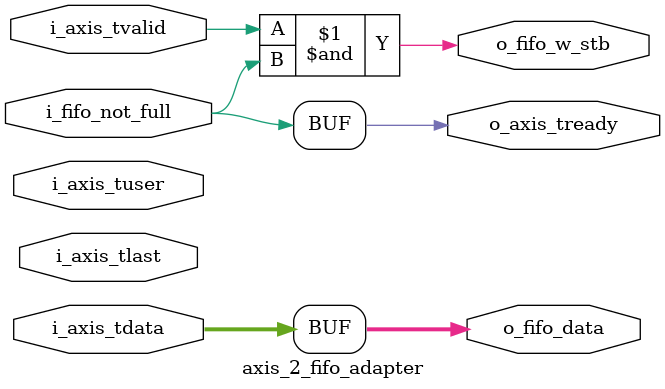
<source format=v>
/*
Distributed under the MIT license.
Copyright (c) 2021 Dave McCoy (dave.mccoy@cospandesign.com)

Permission is hereby granted, free of charge, to any person obtaining a copy of
this software and associated documentation files (the "Software"), to deal in
the Software without restriction, including without limitation the rights to
use, copy, modify, merge, publish, distribute, sublicense, and/or sell copies
of the Software, and to permit persons to whom the Software is furnished to do
so, subject to the following conditions:

The above copyright notice and this permission notice shall be included in all
copies or substantial portions of the Software.

THE SOFTWARE IS PROVIDED "AS IS", WITHOUT WARRANTY OF ANY KIND, EXPRESS OR
IMPLIED, INCLUDING BUT NOT LIMITED TO THE WARRANTIES OF MERCHANTABILITY,
FITNESS FOR A PARTICULAR PURPOSE AND NONINFRINGEMENT. IN NO EVENT SHALL THE
AUTHORS OR COPYRIGHT HOLDERS BE LIABLE FOR ANY CLAIM, DAMAGES OR OTHER
LIABILITY, WHETHER IN AN ACTION OF CONTRACT, TORT OR OTHERWISE, ARISING FROM,
OUT OF OR IN CONNECTION WITH THE SOFTWARE OR THE USE OR OTHER DEALINGS IN THE
SOFTWARE.
*/

/*
 * Author: David McCoy (dave.mccoy@cospandesign.com)
 *         Elton Shih  (beebdev@gmail.com)
 * Description: Simple adapter to connect FIFO to AXI Stream Master interface
 *
 * Changes:     Author         Description
 *  03/24/2017  David McCoy    Initial Commit
 *  03/31/2022  Elton Shih     Removed unused extra padding for tuser and tlast.
 *                             Also removed the redundant i_fifo_not_full anding
 *                             for o_fifo_w_stb. Style changes for consistency.
 */

`timescale 1ps / 1ps

module axis_2_fifo_adapter #(
    parameter AXIS_DATA_WIDTH = 32,
    parameter FIFO_DATA_WIDTH = AXIS_DATA_WIDTH
)(
    input  wire                             i_axis_tuser,
    input  wire                             i_axis_tvalid,
    output wire                             o_axis_tready,
    input  wire                             i_axis_tlast,
    input  wire [AXIS_DATA_WIDTH - 1:0]     i_axis_tdata,

    output wire [FIFO_DATA_WIDTH - 1:0]     o_fifo_data,
    output wire                             o_fifo_w_stb,
    input  wire                             i_fifo_not_full
);

/* ===============================
 * asynchronous logic
 * =============================== */
assign o_fifo_data      = i_axis_tdata;
assign o_axis_tready    = i_fifo_not_full;
assign o_fifo_w_stb     = i_axis_tvalid & o_axis_tready;

endmodule
</source>
